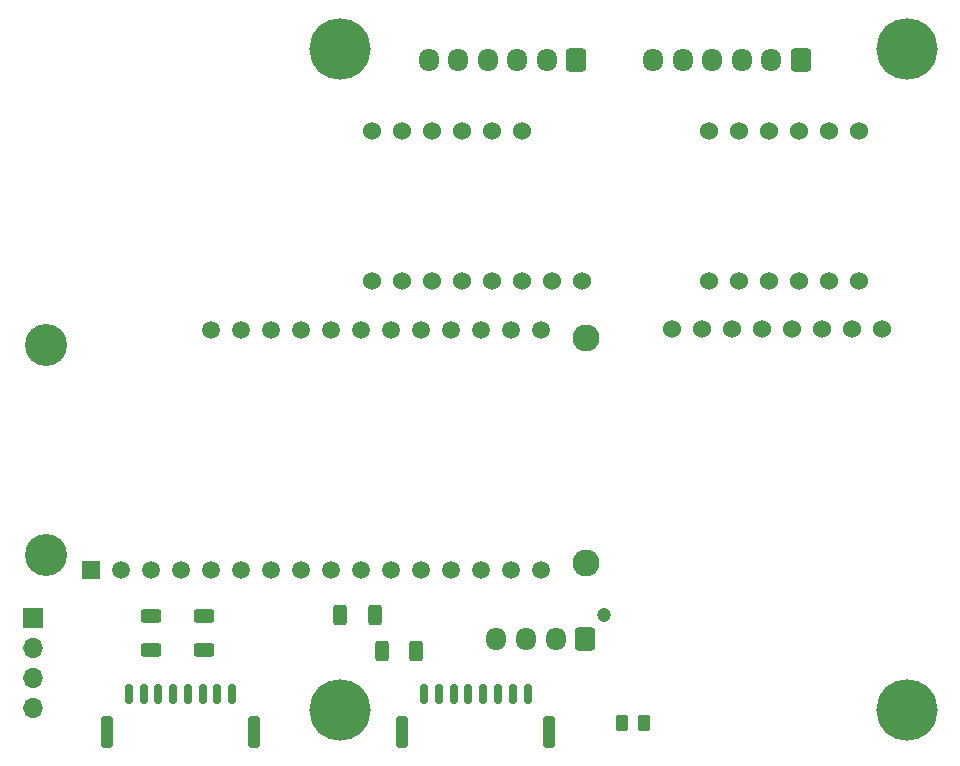
<source format=gbr>
%TF.GenerationSoftware,KiCad,Pcbnew,7.0.1-0*%
%TF.CreationDate,2023-04-22T10:08:40-07:00*%
%TF.ProjectId,SensorV2,53656e73-6f72-4563-922e-6b696361645f,rev?*%
%TF.SameCoordinates,Original*%
%TF.FileFunction,Soldermask,Top*%
%TF.FilePolarity,Negative*%
%FSLAX46Y46*%
G04 Gerber Fmt 4.6, Leading zero omitted, Abs format (unit mm)*
G04 Created by KiCad (PCBNEW 7.0.1-0) date 2023-04-22 10:08:40*
%MOMM*%
%LPD*%
G01*
G04 APERTURE LIST*
G04 Aperture macros list*
%AMRoundRect*
0 Rectangle with rounded corners*
0 $1 Rounding radius*
0 $2 $3 $4 $5 $6 $7 $8 $9 X,Y pos of 4 corners*
0 Add a 4 corners polygon primitive as box body*
4,1,4,$2,$3,$4,$5,$6,$7,$8,$9,$2,$3,0*
0 Add four circle primitives for the rounded corners*
1,1,$1+$1,$2,$3*
1,1,$1+$1,$4,$5*
1,1,$1+$1,$6,$7*
1,1,$1+$1,$8,$9*
0 Add four rect primitives between the rounded corners*
20,1,$1+$1,$2,$3,$4,$5,0*
20,1,$1+$1,$4,$5,$6,$7,0*
20,1,$1+$1,$6,$7,$8,$9,0*
20,1,$1+$1,$8,$9,$2,$3,0*%
G04 Aperture macros list end*
%ADD10RoundRect,0.250000X0.312500X0.625000X-0.312500X0.625000X-0.312500X-0.625000X0.312500X-0.625000X0*%
%ADD11C,1.524000*%
%ADD12RoundRect,0.250000X0.625000X-0.312500X0.625000X0.312500X-0.625000X0.312500X-0.625000X-0.312500X0*%
%ADD13R,1.700000X1.700000*%
%ADD14O,1.700000X1.700000*%
%ADD15RoundRect,0.250000X0.262500X0.450000X-0.262500X0.450000X-0.262500X-0.450000X0.262500X-0.450000X0*%
%ADD16RoundRect,0.250000X0.600000X0.725000X-0.600000X0.725000X-0.600000X-0.725000X0.600000X-0.725000X0*%
%ADD17O,1.700000X1.950000*%
%ADD18C,5.200000*%
%ADD19RoundRect,0.150000X-0.150000X-0.700000X0.150000X-0.700000X0.150000X0.700000X-0.150000X0.700000X0*%
%ADD20RoundRect,0.250000X-0.250000X-1.100000X0.250000X-1.100000X0.250000X1.100000X-0.250000X1.100000X0*%
%ADD21C,1.200000*%
%ADD22C,2.286000*%
%ADD23R,1.508000X1.508000*%
%ADD24C,1.508000*%
%ADD25C,3.556000*%
G04 APERTURE END LIST*
D10*
%TO.C,R2*%
X56462500Y-131000000D03*
X53537500Y-131000000D03*
%TD*%
D11*
%TO.C,U5*%
X81280000Y-86995000D03*
X93980000Y-86995000D03*
X91440000Y-86995000D03*
X88900000Y-86995000D03*
X86360000Y-86995000D03*
X83820000Y-86995000D03*
X91440000Y-99695000D03*
X93980000Y-99695000D03*
X83820000Y-99695000D03*
X86360000Y-99695000D03*
X88900000Y-99695000D03*
X81280000Y-99695000D03*
%TD*%
D12*
%TO.C,R3*%
X38500000Y-130962500D03*
X38500000Y-128037500D03*
%TD*%
D13*
%TO.C,J1*%
X24000000Y-128200000D03*
D14*
X24000000Y-130740000D03*
X24000000Y-133280000D03*
X24000000Y-135820000D03*
%TD*%
D15*
%TO.C,R5*%
X75712500Y-137100000D03*
X73887500Y-137100000D03*
%TD*%
D16*
%TO.C,J4*%
X70000000Y-81000000D03*
D17*
X67500000Y-81000000D03*
X65000000Y-81000000D03*
X62500000Y-81000000D03*
X60000000Y-81000000D03*
X57500000Y-81000000D03*
%TD*%
D18*
%TO.C,H3*%
X50000000Y-136000000D03*
%TD*%
D16*
%TO.C,J5*%
X89000000Y-81000000D03*
D17*
X86500000Y-81000000D03*
X84000000Y-81000000D03*
X81500000Y-81000000D03*
X79000000Y-81000000D03*
X76500000Y-81000000D03*
%TD*%
D19*
%TO.C,J2*%
X32125000Y-134650000D03*
X33375000Y-134650000D03*
X34625000Y-134650000D03*
X35875000Y-134650000D03*
X37125000Y-134650000D03*
X38375000Y-134650000D03*
X39625000Y-134650000D03*
X40875000Y-134650000D03*
D20*
X30275000Y-137850000D03*
X42725000Y-137850000D03*
%TD*%
D18*
%TO.C,H4*%
X98000000Y-136000000D03*
%TD*%
%TO.C,H2*%
X98000000Y-80000000D03*
%TD*%
D19*
%TO.C,J3*%
X57125000Y-134650000D03*
X58375000Y-134650000D03*
X59625000Y-134650000D03*
X60875000Y-134650000D03*
X62125000Y-134650000D03*
X63375000Y-134650000D03*
X64625000Y-134650000D03*
X65875000Y-134650000D03*
D20*
X55275000Y-137850000D03*
X67725000Y-137850000D03*
%TD*%
D21*
%TO.C,J6*%
X72350000Y-128000000D03*
D16*
X70750000Y-130000000D03*
D17*
X68250000Y-130000000D03*
X65750000Y-130000000D03*
X63250000Y-130000000D03*
%TD*%
D18*
%TO.C,H1*%
X50000000Y-80000000D03*
%TD*%
D12*
%TO.C,R1*%
X34000000Y-130962500D03*
X34000000Y-128037500D03*
%TD*%
D22*
%TO.C,U1*%
X70860000Y-104475000D03*
X70860000Y-123525000D03*
D23*
X28950000Y-124160000D03*
D24*
X31490000Y-124160000D03*
X34030000Y-124160000D03*
X36570000Y-124160000D03*
X39110000Y-124160000D03*
X41650000Y-124160000D03*
X44190000Y-124160000D03*
X46730000Y-124160000D03*
X49270000Y-124160000D03*
X51810000Y-124160000D03*
X54350000Y-124160000D03*
X56890000Y-124160000D03*
X59430000Y-124160000D03*
X61970000Y-124160000D03*
X64510000Y-124160000D03*
X67050000Y-124160000D03*
X39110000Y-103840000D03*
X41650000Y-103840000D03*
X44190000Y-103840000D03*
X46730000Y-103840000D03*
X49270000Y-103840000D03*
X51810000Y-103840000D03*
X54350000Y-103840000D03*
X56890000Y-103840000D03*
X59430000Y-103840000D03*
X61970000Y-103840000D03*
X64510000Y-103840000D03*
X67050000Y-103840000D03*
D25*
X25140000Y-122890000D03*
X25140000Y-105110000D03*
%TD*%
D11*
%TO.C,U4*%
X93350000Y-103760000D03*
X95890000Y-103760000D03*
X78110000Y-103760000D03*
X88270000Y-103760000D03*
X80650000Y-103760000D03*
X83190000Y-103760000D03*
X85730000Y-103760000D03*
X90810000Y-103760000D03*
%TD*%
%TO.C,U3*%
X65405000Y-99695000D03*
X52705000Y-86995000D03*
X65405000Y-86995000D03*
X62865000Y-86995000D03*
X60325000Y-86995000D03*
X57785000Y-86995000D03*
X55245000Y-86995000D03*
X62865000Y-99695000D03*
X55245000Y-99695000D03*
X70485000Y-99695000D03*
X57785000Y-99695000D03*
X60325000Y-99695000D03*
X67945000Y-99695000D03*
X52705000Y-99695000D03*
%TD*%
D10*
%TO.C,R4*%
X52962500Y-128000000D03*
X50037500Y-128000000D03*
%TD*%
M02*

</source>
